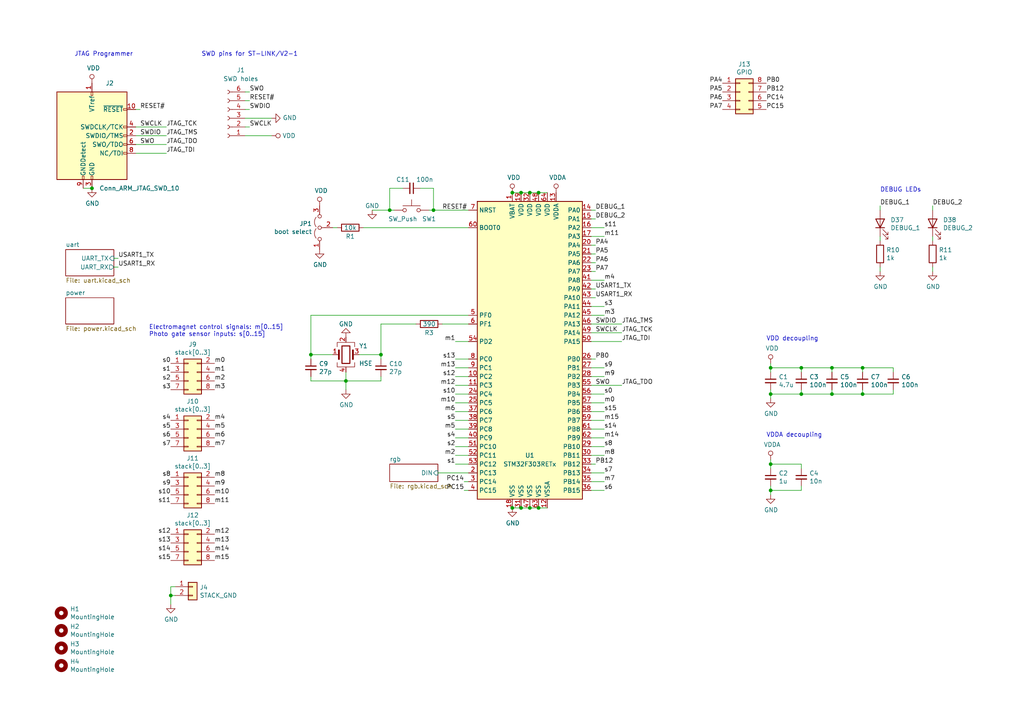
<source format=kicad_sch>
(kicad_sch (version 20231120) (generator "eeschema") (generator_version "8.0")
  (paper "A4")
  (title_block (title "KAPINE Motherboard") (date "2020-09-03") (rev "1.2") (company "Verneri Hirvonen"))
  (lib_symbols
    (symbol "Connector_Generic:Conn_01x02" (pin_names (offset 1.016) hide)
      (property "Reference" "J" (at 0 2.54 0))
      (property "Value" "Conn_01x02" (at 0 -5.08 0))
      (symbol "Conn_01x02_1_1"
        (rectangle (start -1.27 -2.413) (end 0 -2.667) (stroke (width 0.1524)))
        (rectangle (start -1.27 0.127) (end 0 -0.127) (stroke (width 0.1524)))
        (rectangle (start -1.27 1.27) (end 1.27 -3.81) (stroke (width 0.254)) (fill (type background)))
        (pin passive line (at -5.08 0 0) (length 3.81) (name "Pin_1") (number "1"))
        (pin passive line (at -5.08 -2.54 0) (length 3.81) (name "Pin_2") (number "2"))
      )
    )
    (symbol "Connector_Generic:Conn_02x04_Counter_Clockwise" (pin_names (offset 1.016) hide)
      (property "Reference" "J" (at 1.27 5.08 0))
      (property "Value" "Conn_02x04_Counter_Clockwise" (at 1.27 -7.62 0))
      (symbol "Conn_02x04_Counter_Clockwise_1_1"
        (rectangle (start -1.27 -4.953) (end 0 -5.207) (stroke (width 0.1524)))
        (rectangle (start -1.27 -2.413) (end 0 -2.667) (stroke (width 0.1524)))
        (rectangle (start -1.27 0.127) (end 0 -0.127) (stroke (width 0.1524)))
        (rectangle (start -1.27 2.667) (end 0 2.413) (stroke (width 0.1524)))
        (rectangle (start -1.27 3.81) (end 3.81 -6.35) (stroke (width 0.254)) (fill (type background)))
        (rectangle (start 3.81 -4.953) (end 2.54 -5.207) (stroke (width 0.1524)))
        (rectangle (start 3.81 -2.413) (end 2.54 -2.667) (stroke (width 0.1524)))
        (rectangle (start 3.81 0.127) (end 2.54 -0.127) (stroke (width 0.1524)))
        (rectangle (start 3.81 2.667) (end 2.54 2.413) (stroke (width 0.1524)))
        (pin passive line (at -5.08 2.54 0) (length 3.81) (name "Pin_1") (number "1"))
        (pin passive line (at -5.08 0 0) (length 3.81) (name "Pin_2") (number "2"))
        (pin passive line (at -5.08 -2.54 0) (length 3.81) (name "Pin_3") (number "3"))
        (pin passive line (at -5.08 -5.08 0) (length 3.81) (name "Pin_4") (number "4"))
        (pin passive line (at 7.62 -5.08 180) (length 3.81) (name "Pin_5") (number "5"))
        (pin passive line (at 7.62 -2.54 180) (length 3.81) (name "Pin_6") (number "6"))
        (pin passive line (at 7.62 0 180) (length 3.81) (name "Pin_7") (number "7"))
        (pin passive line (at 7.62 2.54 180) (length 3.81) (name "Pin_8") (number "8"))
      )
    )
    (symbol "Connector_Generic:Conn_02x04_Odd_Even" (pin_names (offset 1.016) hide)
      (property "Reference" "J" (at 1.27 5.08 0))
      (property "Value" "Conn_02x04_Odd_Even" (at 1.27 -7.62 0))
      (symbol "Conn_02x04_Odd_Even_1_1"
        (rectangle (start -1.27 -4.953) (end 0 -5.207) (stroke (width 0.1524)))
        (rectangle (start -1.27 -2.413) (end 0 -2.667) (stroke (width 0.1524)))
        (rectangle (start -1.27 0.127) (end 0 -0.127) (stroke (width 0.1524)))
        (rectangle (start -1.27 2.667) (end 0 2.413) (stroke (width 0.1524)))
        (rectangle (start -1.27 3.81) (end 3.81 -6.35) (stroke (width 0.254)) (fill (type background)))
        (rectangle (start 3.81 -4.953) (end 2.54 -5.207) (stroke (width 0.1524)))
        (rectangle (start 3.81 -2.413) (end 2.54 -2.667) (stroke (width 0.1524)))
        (rectangle (start 3.81 0.127) (end 2.54 -0.127) (stroke (width 0.1524)))
        (rectangle (start 3.81 2.667) (end 2.54 2.413) (stroke (width 0.1524)))
        (pin passive line (at -5.08 2.54 0) (length 3.81) (name "Pin_1") (number "1"))
        (pin passive line (at 7.62 2.54 180) (length 3.81) (name "Pin_2") (number "2"))
        (pin passive line (at -5.08 0 0) (length 3.81) (name "Pin_3") (number "3"))
        (pin passive line (at 7.62 0 180) (length 3.81) (name "Pin_4") (number "4"))
        (pin passive line (at -5.08 -2.54 0) (length 3.81) (name "Pin_5") (number "5"))
        (pin passive line (at 7.62 -2.54 180) (length 3.81) (name "Pin_6") (number "6"))
        (pin passive line (at -5.08 -5.08 0) (length 3.81) (name "Pin_7") (number "7"))
        (pin passive line (at 7.62 -5.08 180) (length 3.81) (name "Pin_8") (number "8"))
      )
    )
    (symbol "Device:C_Small" (pin_numbers hide) (pin_names (offset 0.254) hide)
      (property "Reference" "C" (at 0.254 1.778 0))
      (property "Value" "C_Small" (at 0.254 -2.032 0))
      (symbol "C_Small_0_1"
        (polyline (pts (xy -1.524 -0.508) (xy 1.524 -0.508)) (stroke (width 0.3302)))
        (polyline (pts (xy -1.524 0.508) (xy 1.524 0.508)) (stroke (width 0.3048)))
      )
      (symbol "C_Small_1_1"
        (pin passive line (at 0 2.54 270) (length 2.032) (name "~") (number "1"))
        (pin passive line (at 0 -2.54 90) (length 2.032) (name "~") (number "2"))
      )
    )
    (symbol "Device:Crystal_GND24" (pin_names (offset 1.016) hide)
      (property "Reference" "Y" (at 3.175 5.08 0))
      (property "Value" "Crystal_GND24" (at 3.175 3.175 0))
      (symbol "Crystal_GND24_0_1"
        (rectangle (start -1.143 2.54) (end 1.143 -2.54) (stroke (width 0.3048)))
        (polyline (pts (xy -2.54 0) (xy -2.032 0)))
        (polyline (pts (xy -2.032 -1.27) (xy -2.032 1.27)) (stroke (width 0.508)))
        (polyline (pts (xy 0 -3.81) (xy 0 -3.556)))
        (polyline (pts (xy 0 3.556) (xy 0 3.81)))
        (polyline (pts (xy 2.032 -1.27) (xy 2.032 1.27)) (stroke (width 0.508)))
        (polyline (pts (xy 2.032 0) (xy 2.54 0)))
        (polyline (pts (xy -2.54 -2.286) (xy -2.54 -3.556) (xy 2.54 -3.556) (xy 2.54 -2.286)))
        (polyline (pts (xy -2.54 2.286) (xy -2.54 3.556) (xy 2.54 3.556) (xy 2.54 2.286)))
      )
      (symbol "Crystal_GND24_1_1"
        (pin passive line (at -3.81 0 0) (length 1.27) (name "1") (number "1"))
        (pin passive line (at 0 5.08 270) (length 1.27) (name "2") (number "2"))
        (pin passive line (at 3.81 0 180) (length 1.27) (name "3") (number "3"))
        (pin passive line (at 0 -5.08 90) (length 1.27) (name "4") (number "4"))
      )
    )
    (symbol "Device:LED" (pin_numbers hide) (pin_names (offset 1.016) hide)
      (property "Reference" "D" (at 0 2.54 0))
      (property "Value" "LED" (at 0 -2.54 0))
      (symbol "LED_0_1"
        (polyline (pts (xy -1.27 -1.27) (xy -1.27 1.27)) (stroke (width 0.254)))
        (polyline (pts (xy -1.27 0) (xy 1.27 0)))
        (polyline (pts (xy 1.27 -1.27) (xy 1.27 1.27) (xy -1.27 0) (xy 1.27 -1.27)) (stroke (width 0.254)))
        (polyline (pts (xy -3.048 -0.762) (xy -4.572 -2.286) (xy -3.81 -2.286) (xy -4.572 -2.286) (xy -4.572 -1.524)))
        (polyline (pts (xy -1.778 -0.762) (xy -3.302 -2.286) (xy -2.54 -2.286) (xy -3.302 -2.286) (xy -3.302 -1.524)))
      )
      (symbol "LED_1_1"
        (pin passive line (at -3.81 0 0) (length 2.54) (name "K") (number "1"))
        (pin passive line (at 3.81 0 180) (length 2.54) (name "A") (number "2"))
      )
    )
    (symbol "Device:R" (pin_numbers hide) (pin_names (offset 0))
      (property "Reference" "R" (at 2.032 0 90))
      (property "Value" "R" (at 0 0 90))
      (symbol "R_0_1"
        (rectangle (start -1.016 -2.54) (end 1.016 2.54) (stroke (width 0.254)))
      )
      (symbol "R_1_1"
        (pin passive line (at 0 3.81 270) (length 1.27) (name "~") (number "1"))
        (pin passive line (at 0 -3.81 90) (length 1.27) (name "~") (number "2"))
      )
    )
    (symbol "Mechanical:MountingHole" (pin_names (offset 1.016)) (exclude_from_sim yes) (in_bom no)
      (property "Reference" "H" (at 0 5.08 0))
      (property "Value" "MountingHole" (at 0 3.175 0))
      (symbol "MountingHole_0_1"
        (circle (center 0 0) (radius 1.27) (stroke (width 1.27)))
      )
    )
    (symbol "Switch:SW_Push" (pin_numbers hide) (pin_names (offset 1.016) hide)
      (property "Reference" "SW" (at 1.27 2.54 0))
      (property "Value" "SW_Push" (at 0 -1.524 0))
      (symbol "SW_Push_0_1"
        (circle (center -2.032 0) (radius 0.508))
        (polyline (pts (xy 0 1.27) (xy 0 3.048)))
        (polyline (pts (xy 2.54 1.27) (xy -2.54 1.27)))
        (circle (center 2.032 0) (radius 0.508))
        (pin passive line (at -5.08 0 0) (length 2.54) (name "1") (number "1"))
        (pin passive line (at 5.08 0 180) (length 2.54) (name "2") (number "2"))
      )
    )
    (symbol "main-rescue:Conn_01x06_Female-Connector" (pin_names (offset 1.016) hide)
      (property "Reference" "J" (at 0 7.62 0))
      (property "Value" "Connector_Conn_01x06_Female" (at 0 -10.16 0))
      (symbol "Conn_01x06_Female-Connector_1_1"
        (arc (start 0 -7.112) (mid -0.508 -7.62) (end 0 -8.128) (stroke (width 0.1524)))
        (arc (start 0 -4.572) (mid -0.508 -5.08) (end 0 -5.588) (stroke (width 0.1524)))
        (arc (start 0 -2.032) (mid -0.508 -2.54) (end 0 -3.048) (stroke (width 0.1524)))
        (polyline (pts (xy -1.27 -7.62) (xy -0.508 -7.62)) (stroke (width 0.1524)))
        (polyline (pts (xy -1.27 -5.08) (xy -0.508 -5.08)) (stroke (width 0.1524)))
        (polyline (pts (xy -1.27 -2.54) (xy -0.508 -2.54)) (stroke (width 0.1524)))
        (polyline (pts (xy -1.27 0) (xy -0.508 0)) (stroke (width 0.1524)))
        (polyline (pts (xy -1.27 2.54) (xy -0.508 2.54)) (stroke (width 0.1524)))
        (polyline (pts (xy -1.27 5.08) (xy -0.508 5.08)) (stroke (width 0.1524)))
        (arc (start 0 0.508) (mid -0.508 0) (end 0 -0.508) (stroke (width 0.1524)))
        (arc (start 0 3.048) (mid -0.508 2.54) (end 0 2.032) (stroke (width 0.1524)))
        (arc (start 0 5.588) (mid -0.508 5.08) (end 0 4.572) (stroke (width 0.1524)))
        (pin passive line (at -5.08 5.08 0) (length 3.81) (name "Pin_1") (number "1"))
        (pin passive line (at -5.08 2.54 0) (length 3.81) (name "Pin_2") (number "2"))
        (pin passive line (at -5.08 0 0) (length 3.81) (name "Pin_3") (number "3"))
        (pin passive line (at -5.08 -2.54 0) (length 3.81) (name "Pin_4") (number "4"))
        (pin passive line (at -5.08 -5.08 0) (length 3.81) (name "Pin_5") (number "5"))
        (pin passive line (at -5.08 -7.62 0) (length 3.81) (name "Pin_6") (number "6"))
      )
    )
    (symbol "main-rescue:Conn_ARM_JTAG_SWD_10-Connector" (pin_names (offset 1.016))
      (property "Reference" "J" (at -2.54 16.51 0))
      (property "Value" "Connector_Conn_ARM_JTAG_SWD_10" (at -2.54 13.97 0))
      (symbol "Conn_ARM_JTAG_SWD_10-Connector_0_1"
        (rectangle (start -10.16 12.7) (end 10.16 -12.7) (stroke (width 0.254)) (fill (type background)))
        (rectangle (start -2.794 -12.7) (end -2.286 -11.684))
        (rectangle (start -0.254 -12.7) (end 0.254 -11.684))
        (rectangle (start -0.254 12.7) (end 0.254 11.684))
        (rectangle (start 9.144 2.286) (end 10.16 2.794))
        (rectangle (start 10.16 -2.794) (end 9.144 -2.286))
        (rectangle (start 10.16 -0.254) (end 9.144 0.254))
        (rectangle (start 10.16 7.874) (end 9.144 7.366))
      )
      (symbol "Conn_ARM_JTAG_SWD_10-Connector_1_1"
        (rectangle (start 9.144 -5.334) (end 10.16 -4.826))
        (pin power_in line (at 0 15.24 270) (length 2.54) (name "VTref") (number "1"))
        (pin open_collector line (at 12.7 7.62 180) (length 2.54) (name "~{RESET}") (number "10"))
        (pin bidirectional line (at 12.7 0 180) (length 2.54) (name "SWDIO/TMS") (number "2"))
        (pin power_in line (at 0 -15.24 90) (length 2.54) (name "GND") (number "3"))
        (pin output line (at 12.7 2.54 180) (length 2.54) (name "SWDCLK/TCK") (number "4"))
        (pin passive line (at 0 -15.24 90) (length 2.54) hide (name "GND") (number "5"))
        (pin input line (at 12.7 -2.54 180) (length 2.54) (name "SWO/TDO") (number "6"))
        (pin no_connect line (at -10.16 0 0) (length 2.54) hide (name "KEY") (number "7"))
        (pin output line (at 12.7 -5.08 180) (length 2.54) (name "NC/TDI") (number "8"))
        (pin passive line (at -2.54 -15.24 90) (length 2.54) (name "GNDDetect") (number "9"))
      )
    )
    (symbol "main-rescue:GND-power" (power) (pin_names (offset 0))
      (property "Value" "power_GND" (at 0 -3.81 0))
      (symbol "GND-power_0_1"
        (polyline (pts (xy 0 0) (xy 0 -1.27) (xy 1.27 -1.27) (xy 0 -2.54) (xy -1.27 -1.27) (xy 0 -1.27)))
      )
      (symbol "GND-power_1_1"
        (pin power_in line (at 0 0 270) (length 0) hide (name "GND") (number "1"))
      )
    )
    (symbol "main-rescue:Jumper_3_Open-Jumper" (pin_names (offset 0) hide)
      (property "Reference" "JP" (at -2.54 -2.54 0))
      (property "Value" "Jumper_Jumper_3_Open" (at 0 2.794 0))
      (symbol "Jumper_3_Open-Jumper_0_0"
        (circle (center -3.302 0) (radius 0.508))
        (circle (center 0 0) (radius 0.508))
        (circle (center 3.302 0) (radius 0.508))
      )
      (symbol "Jumper_3_Open-Jumper_0_1"
        (arc (start -0.254 1.016) (mid -1.651 1.4992) (end -3.048 1.016))
        (polyline (pts (xy 0 -0.508) (xy 0 -1.27)))
        (arc (start 3.048 1.016) (mid 1.651 1.4992) (end 0.254 1.016))
      )
      (symbol "Jumper_3_Open-Jumper_1_1"
        (pin passive line (at -6.35 0 0) (length 2.54) (name "A") (number "1"))
        (pin input line (at 0 -3.81 90) (length 2.54) (name "C") (number "2"))
        (pin passive line (at 6.35 0 180) (length 2.54) (name "B") (number "3"))
      )
    )
    (symbol "main-rescue:STM32F303RETx-MCU_ST_STM32F3"
      (property "Reference" "U" (at -15.24 44.45 0))
      (property "Value" "MCU_ST_STM32F3_STM32F303RETx" (at 10.16 44.45 0))
      (symbol "STM32F303RETx-MCU_ST_STM32F3_0_1"
        (rectangle (start -15.24 -43.18) (end 15.24 43.18) (stroke (width 0.254)) (fill (type background)))
      )
      (symbol "STM32F303RETx-MCU_ST_STM32F3_1_1"
        (pin power_in line (at -5.08 45.72 270) (length 2.54) (name "VBAT") (number "1"))
        (pin bidirectional line (at -17.78 -7.62 0) (length 2.54) (name "PC2") (number "10"))
        (pin bidirectional line (at -17.78 -10.16 0) (length 2.54) (name "PC3") (number "11"))
        (pin power_in line (at 5.08 -45.72 90) (length 2.54) (name "VSSA") (number "12"))
        (pin power_in line (at 7.62 45.72 270) (length 2.54) (name "VDDA") (number "13"))
        (pin bidirectional line (at 17.78 40.64 180) (length 2.54) (name "PA0") (number "14"))
        (pin bidirectional line (at 17.78 38.1 180) (length 2.54) (name "PA1") (number "15"))
        (pin bidirectional line (at 17.78 35.56 180) (length 2.54) (name "PA2") (number "16"))
        (pin bidirectional line (at 17.78 33.02 180) (length 2.54) (name "PA3") (number "17"))
        (pin power_in line (at -5.08 -45.72 90) (length 2.54) (name "VSS") (number "18"))
        (pin power_in line (at -2.54 45.72 270) (length 2.54) (name "VDD") (number "19"))
        (pin bidirectional line (at -17.78 -35.56 0) (length 2.54) (name "PC13") (number "2"))
        (pin bidirectional line (at 17.78 30.48 180) (length 2.54) (name "PA4") (number "20"))
        (pin bidirectional line (at 17.78 27.94 180) (length 2.54) (name "PA5") (number "21"))
        (pin bidirectional line (at 17.78 25.4 180) (length 2.54) (name "PA6") (number "22"))
        (pin bidirectional line (at 17.78 22.86 180) (length 2.54) (name "PA7") (number "23"))
        (pin bidirectional line (at -17.78 -12.7 0) (length 2.54) (name "PC4") (number "24"))
        (pin bidirectional line (at -17.78 -15.24 0) (length 2.54) (name "PC5") (number "25"))
        (pin bidirectional line (at 17.78 -2.54 180) (length 2.54) (name "PB0") (number "26"))
        (pin bidirectional line (at 17.78 -5.08 180) (length 2.54) (name "PB1") (number "27"))
        (pin bidirectional line (at 17.78 -7.62 180) (length 2.54) (name "PB2") (number "28"))
        (pin bidirectional line (at 17.78 -27.94 180) (length 2.54) (name "PB10") (number "29"))
        (pin bidirectional line (at -17.78 -38.1 0) (length 2.54) (name "PC14") (number "3"))
        (pin bidirectional line (at 17.78 -30.48 180) (length 2.54) (name "PB11") (number "30"))
        (pin power_in line (at -2.54 -45.72 90) (length 2.54) (name "VSS") (number "31"))
        (pin power_in line (at 0 45.72 270) (length 2.54) (name "VDD") (number "32"))
        (pin bidirectional line (at 17.78 -33.02 180) (length 2.54) (name "PB12") (number "33"))
        (pin bidirectional line (at 17.78 -35.56 180) (length 2.54) (name "PB13") (number "34"))
        (pin bidirectional line (at 17.78 -38.1 180) (length 2.54) (name "PB14") (number "35"))
        (pin bidirectional line (at 17.78 -40.64 180) (length 2.54) (name "PB15") (number "36"))
        (pin bidirectional line (at -17.78 -17.78 0) (length 2.54) (name "PC6") (number "37"))
        (pin bidirectional line (at -17.78 -20.32 0) (length 2.54) (name "PC7") (number "38"))
        (pin bidirectional line (at -17.78 -22.86 0) (length 2.54) (name "PC8") (number "39"))
        (pin bidirectional line (at -17.78 -40.64 0) (length 2.54) (name "PC15") (number "4"))
        (pin bidirectional line (at -17.78 -25.4 0) (length 2.54) (name "PC9") (number "40"))
        (pin bidirectional line (at 17.78 20.32 180) (length 2.54) (name "PA8") (number "41"))
        (pin bidirectional line (at 17.78 17.78 180) (length 2.54) (name "PA9") (number "42"))
        (pin bidirectional line (at 17.78 15.24 180) (length 2.54) (name "PA10") (number "43"))
        (pin bidirectional line (at 17.78 12.7 180) (length 2.54) (name "PA11") (number "44"))
        (pin bidirectional line (at 17.78 10.16 180) (length 2.54) (name "PA12") (number "45"))
        (pin bidirectional line (at 17.78 7.62 180) (length 2.54) (name "PA13") (number "46"))
        (pin power_in line (at 0 -45.72 90) (length 2.54) (name "VSS") (number "47"))
        (pin power_in line (at 2.54 45.72 270) (length 2.54) (name "VDD") (number "48"))
        (pin bidirectional line (at 17.78 5.08 180) (length 2.54) (name "PA14") (number "49"))
        (pin input line (at -17.78 10.16 0) (length 2.54) (name "PF0") (number "5"))
        (pin bidirectional line (at 17.78 2.54 180) (length 2.54) (name "PA15") (number "50"))
        (pin bidirectional line (at -17.78 -27.94 0) (length 2.54) (name "PC10") (number "51"))
        (pin bidirectional line (at -17.78 -30.48 0) (length 2.54) (name "PC11") (number "52"))
        (pin bidirectional line (at -17.78 -33.02 0) (length 2.54) (name "PC12") (number "53"))
        (pin bidirectional line (at -17.78 2.54 0) (length 2.54) (name "PD2") (number "54"))
        (pin bidirectional line (at 17.78 -10.16 180) (length 2.54) (name "PB3") (number "55"))
        (pin bidirectional line (at 17.78 -12.7 180) (length 2.54) (name "PB4") (number "56"))
        (pin bidirectional line (at 17.78 -15.24 180) (length 2.54) (name "PB5") (number "57"))
        (pin bidirectional line (at 17.78 -17.78 180) (length 2.54) (name "PB6") (number "58"))
        (pin bidirectional line (at 17.78 -20.32 180) (length 2.54) (name "PB7") (number "59"))
        (pin input line (at -17.78 7.62 0) (length 2.54) (name "PF1") (number "6"))
        (pin input line (at -17.78 35.56 0) (length 2.54) (name "BOOT0") (number "60"))
        (pin bidirectional line (at 17.78 -22.86 180) (length 2.54) (name "PB8") (number "61"))
        (pin bidirectional line (at 17.78 -25.4 180) (length 2.54) (name "PB9") (number "62"))
        (pin power_in line (at 2.54 -45.72 90) (length 2.54) (name "VSS") (number "63"))
        (pin power_in line (at 5.08 45.72 270) (length 2.54) (name "VDD") (number "64"))
        (pin input line (at -17.78 40.64 0) (length 2.54) (name "NRST") (number "7"))
        (pin bidirectional line (at -17.78 -2.54 0) (length 2.54) (name "PC0") (number "8"))
        (pin bidirectional line (at -17.78 -5.08 0) (length 2.54) (name "PC1") (number "9"))
      )
    )
    (symbol "main-rescue:VDD-power" (power) (pin_names (offset 0))
      (property "Value" "power_VDD" (at 0 3.81 0))
      (symbol "VDD-power_0_1"
        (polyline (pts (xy 0 0) (xy 0 1.27)))
        (circle (center 0 1.905) (radius 0.635))
      )
      (symbol "VDD-power_1_1"
        (pin power_in line (at 0 0 90) (length 0) hide (name "VDD") (number "1"))
      )
    )
    (symbol "main-rescue:VDDA-power" (power) (pin_names (offset 0))
      (property "Value" "power_VDDA" (at 0 3.81 0))
      (symbol "VDDA-power_0_1"
        (polyline (pts (xy 0 0) (xy 0 1.27)))
        (circle (center 0 1.905) (radius 0.635))
      )
      (symbol "VDDA-power_1_1"
        (pin power_in line (at 0 0 90) (length 0) hide (name "VDDA") (number "1"))
      )
    )
  )
  (junction (at 156.21 55.88))
  (junction (at 151.13 147.32))
  (junction (at 153.67 55.88))
  (junction (at 148.59 147.32))
  (junction (at 223.52 134.62))
  (junction (at 223.52 142.24))
  (junction (at 232.41 106.68))
  (junction (at 223.52 106.68))
  (junction (at 250.19 106.68))
  (junction (at 241.3 114.3))
  (junction (at 232.41 114.3))
  (junction (at 49.53 172.72))
  (junction (at 151.13 55.88))
  (junction (at 241.3 106.68))
  (junction (at 100.33 110.49))
  (junction (at 26.67 54.61))
  (junction (at 125.73 60.96))
  (junction (at 148.59 55.88))
  (junction (at 250.19 114.3))
  (junction (at 156.21 147.32))
  (junction (at 110.49 102.87))
  (junction (at 90.17 102.87))
  (junction (at 113.03 60.96))
  (junction (at 153.67 147.32))
  (junction (at 223.52 114.3))
  (wire (pts (xy 100.33 110.49) (xy 100.33 113.03)))
  (wire (pts (xy 148.59 55.88) (xy 151.13 55.88)))
  (wire (pts (xy 223.52 106.68) (xy 232.41 106.68)))
  (wire (pts (xy 175.26 132.08) (xy 171.45 132.08)))
  (wire (pts (xy 175.26 124.46) (xy 171.45 124.46)))
  (wire (pts (xy 132.08 132.08) (xy 135.89 132.08)))
  (wire (pts (xy 110.49 102.87) (xy 110.49 93.98)))
  (wire (pts (xy 175.26 109.22) (xy 171.45 109.22)))
  (wire (pts (xy 175.26 116.84) (xy 171.45 116.84)))
  (wire (pts (xy 172.72 76.2) (xy 171.45 76.2)))
  (wire (pts (xy 175.26 139.7) (xy 171.45 139.7)))
  (wire (pts (xy 259.08 106.68) (xy 259.08 107.95)))
  (wire (pts (xy 90.17 110.49) (xy 100.33 110.49)))
  (wire (pts (xy 255.27 77.47) (xy 255.27 78.74)))
  (wire (pts (xy 171.45 83.82) (xy 172.72 83.82)))
  (wire (pts (xy 50.8 170.18) (xy 49.53 170.18)))
  (wire (pts (xy 71.12 31.75) (xy 72.39 31.75)))
  (wire (pts (xy 34.29 74.93) (xy 33.02 74.93)))
  (wire (pts (xy 132.08 99.06) (xy 135.89 99.06)))
  (wire (pts (xy 132.08 109.22) (xy 135.89 109.22)))
  (wire (pts (xy 49.53 172.72) (xy 49.53 175.26)))
  (wire (pts (xy 134.62 139.7) (xy 135.89 139.7)))
  (wire (pts (xy 135.89 91.44) (xy 90.17 91.44)))
  (wire (pts (xy 241.3 106.68) (xy 250.19 106.68)))
  (wire (pts (xy 100.33 107.95) (xy 100.33 110.49)))
  (wire (pts (xy 175.26 68.58) (xy 171.45 68.58)))
  (wire (pts (xy 124.46 60.96) (xy 125.73 60.96)))
  (wire (pts (xy 175.26 66.04) (xy 171.45 66.04)))
  (wire (pts (xy 241.3 113.03) (xy 241.3 114.3)))
  (wire (pts (xy 78.74 34.29) (xy 71.12 34.29)))
  (wire (pts (xy 180.34 111.76) (xy 171.45 111.76)))
  (wire (pts (xy 223.52 140.97) (xy 223.52 142.24)))
  (wire (pts (xy 232.41 140.97) (xy 232.41 142.24)))
  (wire (pts (xy 172.72 71.12) (xy 171.45 71.12)))
  (wire (pts (xy 71.12 39.37) (xy 78.74 39.37)))
  (wire (pts (xy 135.89 124.46) (xy 132.08 124.46)))
  (wire (pts (xy 71.12 26.67) (xy 72.39 26.67)))
  (wire (pts (xy 90.17 104.14) (xy 90.17 102.87)))
  (wire (pts (xy 113.03 60.96) (xy 114.3 60.96)))
  (wire (pts (xy 135.89 121.92) (xy 132.08 121.92)))
  (wire (pts (xy 132.08 134.62) (xy 135.89 134.62)))
  (wire (pts (xy 153.67 147.32) (xy 151.13 147.32)))
  (wire (pts (xy 175.26 129.54) (xy 171.45 129.54)))
  (wire (pts (xy 250.19 114.3) (xy 250.19 113.03)))
  (wire (pts (xy 97.79 66.04) (xy 96.52 66.04)))
  (wire (pts (xy 270.51 60.96) (xy 270.51 59.69)))
  (wire (pts (xy 223.52 106.68) (xy 223.52 107.95)))
  (wire (pts (xy 171.45 86.36) (xy 172.72 86.36)))
  (wire (pts (xy 71.12 36.83) (xy 72.39 36.83)))
  (wire (pts (xy 132.08 111.76) (xy 135.89 111.76)))
  (wire (pts (xy 128.27 93.98) (xy 135.89 93.98)))
  (wire (pts (xy 110.49 110.49) (xy 110.49 109.22)))
  (wire (pts (xy 116.84 54.61) (xy 113.03 54.61)))
  (wire (pts (xy 49.53 170.18) (xy 49.53 172.72)))
  (wire (pts (xy 250.19 106.68) (xy 250.19 107.95)))
  (wire (pts (xy 223.52 114.3) (xy 232.41 114.3)))
  (wire (pts (xy 259.08 114.3) (xy 250.19 114.3)))
  (wire (pts (xy 175.26 137.16) (xy 171.45 137.16)))
  (wire (pts (xy 172.72 63.5) (xy 171.45 63.5)))
  (wire (pts (xy 180.34 96.52) (xy 171.45 96.52)))
  (wire (pts (xy 223.52 105.41) (xy 223.52 106.68)))
  (wire (pts (xy 171.45 99.06) (xy 180.34 99.06)))
  (wire (pts (xy 105.41 66.04) (xy 135.89 66.04)))
  (wire (pts (xy 223.52 114.3) (xy 223.52 115.57)))
  (wire (pts (xy 156.21 147.32) (xy 153.67 147.32)))
  (wire (pts (xy 132.08 106.68) (xy 135.89 106.68)))
  (wire (pts (xy 48.26 44.45) (xy 39.37 44.45)))
  (wire (pts (xy 270.51 68.58) (xy 270.51 69.85)))
  (wire (pts (xy 259.08 113.03) (xy 259.08 114.3)))
  (wire (pts (xy 172.72 104.14) (xy 171.45 104.14)))
  (wire (pts (xy 223.52 133.35) (xy 223.52 134.62)))
  (wire (pts (xy 223.52 134.62) (xy 223.52 135.89)))
  (wire (pts (xy 90.17 109.22) (xy 90.17 110.49)))
  (wire (pts (xy 180.34 93.98) (xy 171.45 93.98)))
  (wire (pts (xy 223.52 142.24) (xy 223.52 143.51)))
  (wire (pts (xy 120.65 93.98) (xy 110.49 93.98)))
  (wire (pts (xy 113.03 54.61) (xy 113.03 60.96)))
  (wire (pts (xy 250.19 106.68) (xy 259.08 106.68)))
  (wire (pts (xy 232.41 106.68) (xy 232.41 107.95)))
  (wire (pts (xy 172.72 134.62) (xy 171.45 134.62)))
  (wire (pts (xy 241.3 106.68) (xy 241.3 107.95)))
  (wire (pts (xy 175.26 127) (xy 171.45 127)))
  (wire (pts (xy 175.26 119.38) (xy 171.45 119.38)))
  (wire (pts (xy 156.21 55.88) (xy 158.75 55.88)))
  (wire (pts (xy 241.3 114.3) (xy 250.19 114.3)))
  (wire (pts (xy 175.26 142.24) (xy 171.45 142.24)))
  (wire (pts (xy 132.08 116.84) (xy 135.89 116.84)))
  (wire (pts (xy 175.26 88.9) (xy 171.45 88.9)))
  (wire (pts (xy 175.26 106.68) (xy 171.45 106.68)))
  (wire (pts (xy 255.27 59.69) (xy 255.27 60.96)))
  (wire (pts (xy 270.51 77.47) (xy 270.51 78.74)))
  (wire (pts (xy 24.13 54.61) (xy 26.67 54.61)))
  (wire (pts (xy 223.52 142.24) (xy 232.41 142.24)))
  (wire (pts (xy 223.52 134.62) (xy 232.41 134.62)))
  (wire (pts (xy 134.62 142.24) (xy 135.89 142.24)))
  (wire (pts (xy 48.26 39.37) (xy 39.37 39.37)))
  (wire (pts (xy 135.89 127) (xy 132.08 127)))
  (wire (pts (xy 48.26 36.83) (xy 39.37 36.83)))
  (wire (pts (xy 40.64 31.75) (xy 39.37 31.75)))
  (wire (pts (xy 151.13 55.88) (xy 153.67 55.88)))
  (wire (pts (xy 172.72 73.66) (xy 171.45 73.66)))
  (wire (pts (xy 34.29 77.47) (xy 33.02 77.47)))
  (wire (pts (xy 255.27 68.58) (xy 255.27 69.85)))
  (wire (pts (xy 175.26 81.28) (xy 171.45 81.28)))
  (wire (pts (xy 223.52 113.03) (xy 223.52 114.3)))
  (wire (pts (xy 135.89 119.38) (xy 132.08 119.38)))
  (wire (pts (xy 48.26 41.91) (xy 39.37 41.91)))
  (wire (pts (xy 158.75 147.32) (xy 156.21 147.32)))
  (wire (pts (xy 96.52 102.87) (xy 90.17 102.87)))
  (wire (pts (xy 232.41 113.03) (xy 232.41 114.3)))
  (wire (pts (xy 175.26 91.44) (xy 171.45 91.44)))
  (wire (pts (xy 175.26 114.3) (xy 171.45 114.3)))
  (wire (pts (xy 132.08 104.14) (xy 135.89 104.14)))
  (wire (pts (xy 110.49 102.87) (xy 104.14 102.87)))
  (wire (pts (xy 71.12 29.21) (xy 72.39 29.21)))
  (wire (pts (xy 232.41 106.68) (xy 241.3 106.68)))
  (wire (pts (xy 151.13 147.32) (xy 148.59 147.32)))
  (wire (pts (xy 132.08 114.3) (xy 135.89 114.3)))
  (wire (pts (xy 175.26 121.92) (xy 171.45 121.92)))
  (wire (pts (xy 125.73 60.96) (xy 135.89 60.96)))
  (wire (pts (xy 110.49 104.14) (xy 110.49 102.87)))
  (wire (pts (xy 153.67 55.88) (xy 156.21 55.88)))
  (wire (pts (xy 135.89 137.16) (xy 127 137.16)))
  (wire (pts (xy 125.73 54.61) (xy 125.73 60.96)))
  (wire (pts (xy 172.72 78.74) (xy 171.45 78.74)))
  (wire (pts (xy 113.03 60.96) (xy 107.95 60.96)))
  (wire (pts (xy 90.17 91.44) (xy 90.17 102.87)))
  (wire (pts (xy 232.41 134.62) (xy 232.41 135.89)))
  (wire (pts (xy 100.33 110.49) (xy 110.49 110.49)))
  (wire (pts (xy 232.41 114.3) (xy 241.3 114.3)))
  (wire (pts (xy 172.72 60.96) (xy 171.45 60.96)))
  (wire (pts (xy 50.8 172.72) (xy 49.53 172.72)))
  (wire (pts (xy 135.89 129.54) (xy 132.08 129.54)))
  (wire (pts (xy 121.92 54.61) (xy 125.73 54.61)))
  (text "VDD decoupling" (at 222.25 99.06 0) (effects (font (size 1.27 1.27)) (justify left bottom)))
  (text "Electromagnet control signals: m[0..15]\nPhoto gate sensor inputs: s[0..15]" (at 43.18 97.79 0) (effects (font (size 1.27 1.27)) (justify left bottom)))
  (text "SWD pins for ST-LINK/V2-1" (at 58.42 16.51 0) (effects (font (size 1.27 1.27)) (justify left bottom)))
  (text "JTAG Programmer" (at 21.59 16.51 0) (effects (font (size 1.27 1.27)) (justify left bottom)))
  (text "DEBUG LEDs" (at 255.27 55.88 0) (effects (font (size 1.27 1.27)) (justify left bottom)))
  (text "VDDA decoupling" (at 222.25 127 0) (effects (font (size 1.27 1.27)) (justify left bottom)))
  (label "s12" (at 132.08 109.22 180))
  (label "JTAG_TDI" (at 48.26 44.45 0))
  (label "SWDIO" (at 72.39 31.75 0))
  (label "PB12" (at 222.25 26.67 0))
  (label "USART1_TX" (at 34.29 74.93 0))
  (label "m9" (at 175.26 109.22 0))
  (label "PA4" (at 209.55 24.13 180))
  (label "s1" (at 49.53 107.95 180))
  (label "s4" (at 49.53 121.92 180))
  (label "m6" (at 132.08 119.38 180))
  (label "DEBUG_1" (at 255.27 59.69 0))
  (label "s15" (at 49.53 162.56 180))
  (label "s10" (at 132.08 114.3 180))
  (label "s8" (at 175.26 129.54 0))
  (label "m11" (at 175.26 68.58 0))
  (label "s2" (at 49.53 110.49 180))
  (label "s9" (at 175.26 106.68 0))
  (label "SWCLK" (at 72.39 36.83 0))
  (label "SWCLK" (at 40.64 36.83 0))
  (label "s1" (at 132.08 134.62 180))
  (label "s15" (at 175.26 119.38 0))
  (label "PA6" (at 209.55 29.21 180))
  (label "s5" (at 49.53 124.46 180))
  (label "JTAG_TCK" (at 180.34 96.52 0))
  (label "m1" (at 62.23 107.95 0))
  (label "JTAG_TCK" (at 48.26 36.83 0))
  (label "s3" (at 49.53 113.03 180))
  (label "PB0" (at 172.72 104.14 0))
  (label "m8" (at 62.23 138.43 0))
  (label "s13" (at 132.08 104.14 180))
  (label "s14" (at 175.26 124.46 0))
  (label "DEBUG_2" (at 270.51 59.69 0))
  (label "m5" (at 132.08 124.46 180))
  (label "m4" (at 175.26 81.28 0))
  (label "m4" (at 62.23 121.92 0))
  (label "JTAG_TDI" (at 180.34 99.06 0))
  (label "s11" (at 175.26 66.04 0))
  (label "m0" (at 175.26 116.84 0))
  (label "m3" (at 175.26 91.44 0))
  (label "m13" (at 132.08 106.68 180))
  (label "s10" (at 49.53 143.51 180))
  (label "s8" (at 49.53 138.43 180))
  (label "m9" (at 62.23 140.97 0))
  (label "m7" (at 175.26 139.7 0))
  (label "m8" (at 175.26 132.08 0))
  (label "JTAG_TDO" (at 48.26 41.91 0))
  (label "PA7" (at 172.72 78.74 0))
  (label "m3" (at 62.23 113.03 0))
  (label "s4" (at 132.08 127 180))
  (label "PC15" (at 222.25 31.75 0))
  (label "m10" (at 132.08 116.84 180))
  (label "m15" (at 175.26 121.92 0))
  (label "s0" (at 175.26 114.3 0))
  (label "m11" (at 62.23 146.05 0))
  (label "USART1_TX" (at 172.72 83.82 0))
  (label "USART1_RX" (at 172.72 86.36 0))
  (label "PC15" (at 134.62 142.24 180))
  (label "m15" (at 62.23 162.56 0))
  (label "m12" (at 62.23 154.94 0))
  (label "m7" (at 62.23 129.54 0))
  (label "m10" (at 62.23 143.51 0))
  (label "s14" (at 49.53 160.02 180))
  (label "USART1_RX" (at 34.29 77.47 0))
  (label "m2" (at 132.08 132.08 180))
  (label "m14" (at 62.23 160.02 0))
  (label "PC14" (at 222.25 29.21 0))
  (label "s6" (at 49.53 127 180))
  (label "RESET#" (at 40.64 31.75 0))
  (label "SWO" (at 172.72 111.76 0))
  (label "s13" (at 49.53 157.48 180))
  (label "DEBUG_1" (at 172.72 60.96 0))
  (label "s11" (at 49.53 146.05 180))
  (label "PA5" (at 209.55 26.67 180))
  (label "SWDIO" (at 40.64 39.37 0))
  (label "SWO" (at 40.64 41.91 0))
  (label "PA7" (at 209.55 31.75 180))
  (label "SWO" (at 72.39 26.67 0))
  (label "RESET#" (at 72.39 29.21 0))
  (label "m0" (at 62.23 105.41 0))
  (label "m6" (at 62.23 127 0))
  (label "s2" (at 132.08 129.54 180))
  (label "s9" (at 49.53 140.97 180))
  (label "m13" (at 62.23 157.48 0))
  (label "PA6" (at 172.72 76.2 0))
  (label "m2" (at 62.23 110.49 0))
  (label "JTAG_TMS" (at 48.26 39.37 0))
  (label "DEBUG_2" (at 172.72 63.5 0))
  (label "JTAG_TMS" (at 180.34 93.98 0))
  (label "s6" (at 175.26 142.24 0))
  (label "PA4" (at 172.72 71.12 0))
  (label "s3" (at 175.26 88.9 0))
  (label "m5" (at 62.23 124.46 0))
  (label "JTAG_TDO" (at 180.34 111.76 0))
  (label "s7" (at 175.26 137.16 0))
  (label "s5" (at 132.08 121.92 180))
  (label "SWDIO" (at 172.72 93.98 0))
  (label "PC14" (at 134.62 139.7 180))
  (label "m12" (at 132.08 111.76 180))
  (label "m1" (at 132.08 99.06 180))
  (label "PB0" (at 222.25 24.13 0))
  (label "PB12" (at 172.72 134.62 0))
  (label "s12" (at 49.53 154.94 180))
  (label "PA5" (at 172.72 73.66 0))
  (label "s0" (at 49.53 105.41 180))
  (label "s7" (at 49.53 129.54 180))
  (label "SWCLK" (at 172.72 96.52 0))
  (label "RESET#" (at 128.27 60.96 0))
  (label "m14" (at 175.26 127 0))
  (symbol (lib_id "Switch:SW_Push") (at 119.38 60.96 0) (unit 1)
    (property "Reference" "SW1" (at 124.46 63.5 0))
    (property "Value" "SW_Push" (at 116.84 63.5 0))
    (property "Footprint" "Button_Switch_SMD:SW_SPST_TL3342" (effects (hide yes)))
  )
  (symbol (lib_id "Device:C_Small") (at 119.38 54.61 270) (unit 1)
    (property "Reference" "C11" (at 116.84 52.07 90))
    (property "Value" "100n" (at 123.19 52.07 90))
    (property "Footprint" "Capacitor_SMD:C_0603_1608Metric" (effects (hide yes)))
  )
  (symbol (lib_id "main-rescue:GND-power") (at 107.95 60.96 0) (unit 1)
    (property "Reference" "#PWR09" (effects (hide yes)))
    (property "Value" "GND" (at 107.95 59.69 0))
  )
  (symbol (lib_id "Device:R") (at 101.6 66.04 270) (unit 1)
    (property "Reference" "R1" (at 101.6 68.58 90))
    (property "Value" "10k" (at 101.6 66.04 90))
    (property "Footprint" "Resistor_SMD:R_0603_1608Metric" (effects (hide yes)))
  )
  (symbol (lib_id "main-rescue:VDD-power") (at 92.71 59.69 0) (unit 1)
    (property "Reference" "#PWR05" (effects (hide yes)))
    (property "Value" "VDD" (at 93.1418 55.2958 0))
  )
  (symbol (lib_id "main-rescue:GND-power") (at 92.71 72.39 0) (unit 1)
    (property "Reference" "#PWR06" (effects (hide yes)))
    (property "Value" "GND" (at 92.837 76.7842 0))
  )
  (symbol (lib_id "main-rescue:VDD-power") (at 223.52 105.41 0) (unit 1)
    (property "Reference" "#PWR01" (effects (hide yes)))
    (property "Value" "VDD" (at 223.9518 101.0158 0))
  )
  (symbol (lib_id "main-rescue:GND-power") (at 223.52 115.57 0) (unit 1)
    (property "Reference" "#PWR02" (effects (hide yes)))
    (property "Value" "GND" (at 223.647 119.9642 0))
  )
  (symbol (lib_id "Device:C_Small") (at 223.52 110.49 0) (unit 1)
    (property "Reference" "C1" (at 225.8568 109.3216 0) (effects (justify left)))
    (property "Value" "4.7u" (at 225.8568 111.633 0) (effects (justify left)))
    (property "Footprint" "Capacitor_SMD:C_0805_2012Metric" (effects (hide yes)))
  )
  (symbol (lib_id "Device:C_Small") (at 232.41 110.49 0) (unit 1)
    (property "Reference" "C3" (at 234.7468 109.3216 0) (effects (justify left)))
    (property "Value" "100n" (at 234.7468 111.633 0) (effects (justify left)))
    (property "Footprint" "Capacitor_SMD:C_0603_1608Metric" (effects (hide yes)))
  )
  (symbol (lib_id "Device:C_Small") (at 241.3 110.49 0) (unit 1)
    (property "Reference" "C5" (at 243.6368 109.3216 0) (effects (justify left)))
    (property "Value" "100n" (at 243.6368 111.633 0) (effects (justify left)))
    (property "Footprint" "Capacitor_SMD:C_0603_1608Metric" (effects (hide yes)))
  )
  (symbol (lib_id "Device:C_Small") (at 250.19 110.49 0) (unit 1)
    (property "Reference" "C7" (at 252.5268 109.3216 0) (effects (justify left)))
    (property "Value" "100n" (at 252.5268 111.633 0) (effects (justify left)))
    (property "Footprint" "Capacitor_SMD:C_0603_1608Metric" (effects (hide yes)))
  )
  (symbol (lib_id "main-rescue:GND-power") (at 100.33 97.79 180) (unit 1)
    (property "Reference" "#PWR07" (effects (hide yes)))
    (property "Value" "GND" (at 100.33 93.98 0))
  )
  (symbol (lib_id "Device:Crystal_GND24") (at 100.33 102.87 0) (unit 1)
    (property "Reference" "Y1" (at 104.14 100.33 0) (effects (justify left)))
    (property "Value" "HSE" (at 104.14 105.41 0) (effects (justify left)))
    (property "Footprint" "Crystal:Crystal_SMD_Abracon_ABM3C-4Pin_5.0x3.2mm" (effects (hide yes)))
  )
  (symbol (lib_id "main-rescue:GND-power") (at 100.33 113.03 0) (unit 1)
    (property "Reference" "#PWR08" (effects (hide yes)))
    (property "Value" "GND" (at 100.457 117.4242 0))
  )
  (symbol (lib_id "Device:C_Small") (at 90.17 106.68 0) (unit 1)
    (property "Reference" "C9" (at 92.5068 105.5116 0) (effects (justify left)))
    (property "Value" "27p" (at 92.5068 107.823 0) (effects (justify left)))
    (property "Footprint" "Capacitor_SMD:C_0603_1608Metric" (effects (hide yes)))
  )
  (symbol (lib_id "Device:C_Small") (at 110.49 106.68 0) (unit 1)
    (property "Reference" "C10" (at 112.8268 105.5116 0) (effects (justify left)))
    (property "Value" "27p" (at 112.8268 107.823 0) (effects (justify left)))
    (property "Footprint" "Capacitor_SMD:C_0603_1608Metric" (effects (hide yes)))
  )
  (symbol (lib_id "Device:R") (at 124.46 93.98 270) (unit 1)
    (property "Reference" "R3" (at 124.46 96.52 90))
    (property "Value" "390" (at 124.46 93.98 90))
    (property "Footprint" "Resistor_SMD:R_0603_1608Metric" (effects (hide yes)))
  )
  (symbol (lib_id "main-rescue:VDDA-power") (at 161.29 55.88 0) (unit 1)
    (property "Reference" "#PWR012" (effects (hide yes)))
    (property "Value" "VDDA" (at 161.7218 51.4858 0))
  )
  (symbol (lib_id "main-rescue:GND-power") (at 223.52 143.51 0) (unit 1)
    (property "Reference" "#PWR04" (effects (hide yes)))
    (property "Value" "GND" (at 223.647 147.9042 0))
  )
  (symbol (lib_id "Device:C_Small") (at 223.52 138.43 0) (unit 1)
    (property "Reference" "C2" (at 225.8568 137.2616 0) (effects (justify left)))
    (property "Value" "1u" (at 225.8568 139.573 0) (effects (justify left)))
    (property "Footprint" "Capacitor_SMD:C_0603_1608Metric" (effects (hide yes)))
  )
  (symbol (lib_id "Device:C_Small") (at 232.41 138.43 0) (unit 1)
    (property "Reference" "C4" (at 234.7468 137.2616 0) (effects (justify left)))
    (property "Value" "10n" (at 234.7468 139.573 0) (effects (justify left)))
    (property "Footprint" "Capacitor_SMD:C_0603_1608Metric" (effects (hide yes)))
  )
  (symbol (lib_id "main-rescue:Jumper_3_Open-Jumper") (at 92.71 66.04 90) (unit 1)
    (property "Reference" "JP1" (at 90.5002 64.8716 90) (effects (justify left)))
    (property "Value" "boot select" (at 90.5002 67.183 90) (effects (justify left)))
    (property "Footprint" "Connector_PinHeader_2.54mm:PinHeader_1x03_P2.54mm_Vertical" (effects (hide yes)))
  )
  (symbol (lib_id "main-rescue:VDDA-power") (at 223.52 133.35 0) (unit 1)
    (property "Reference" "#PWR03" (effects (hide yes)))
    (property "Value" "VDDA" (at 223.9518 128.9558 0))
  )
  (symbol (lib_id "main-rescue:Conn_01x06_Female-Connector") (at 66.04 34.29 180) (unit 1)
    (property "Reference" "J1" (at 69.85 20.32 0))
    (property "Value" "SWD holes" (at 69.85 22.86 0))
    (property "Footprint" "Connector_PinHeader_2.54mm:PinHeader_1x06_P2.54mm_Vertical" (effects (hide yes)))
  )
  (symbol (lib_id "main-rescue:GND-power") (at 78.74 34.29 90) (unit 1)
    (property "Reference" "#PWR089" (effects (hide yes)))
    (property "Value" "GND" (at 81.9912 34.163 90) (effects (justify right)))
  )
  (symbol (lib_id "main-rescue:VDD-power") (at 78.74 39.37 270) (unit 1)
    (property "Reference" "#PWR090" (effects (hide yes)))
    (property "Value" "VDD" (at 83.82 39.37 90))
  )
  (symbol (lib_id "main-rescue:STM32F303RETx-MCU_ST_STM32F3") (at 153.67 101.6 0) (unit 1)
    (property "Reference" "U1" (at 153.67 132.08 0))
    (property "Value" "STM32F303RETx" (at 153.67 134.62 0))
    (property "Footprint" "Package_QFP:LQFP-64_10x10mm_P0.5mm" (effects (hide yes)))
    (property "Datasheet" "http://www.st.com/st-web-ui/static/active/en/resource/technical/document/datasheet/DM00118585.pdf" (effects (hide yes)))
  )
  (symbol (lib_id "Device:C_Small") (at 259.08 110.49 0) (unit 1)
    (property "Reference" "C6" (at 261.4168 109.3216 0) (effects (justify left)))
    (property "Value" "100n" (at 261.4168 111.633 0) (effects (justify left)))
    (property "Footprint" "Capacitor_SMD:C_0603_1608Metric" (effects (hide yes)))
  )
  (symbol (lib_id "main-rescue:GND-power") (at 148.59 147.32 0) (unit 1)
    (property "Reference" "#PWR014" (effects (hide yes)))
    (property "Value" "GND" (at 148.717 151.7142 0))
  )
  (symbol (lib_id "main-rescue:VDD-power") (at 148.59 55.88 0) (unit 1)
    (property "Reference" "#PWR013" (effects (hide yes)))
    (property "Value" "VDD" (at 149.0218 51.4858 0))
  )
  (symbol (lib_id "main-rescue:Conn_ARM_JTAG_SWD_10-Connector") (at 26.67 39.37 0) (unit 1)
    (property "Reference" "J2" (at 33.02 24.13 0) (effects (justify right)))
    (property "Value" "Conn_ARM_JTAG_SWD_10" (at 52.07 54.61 0) (effects (justify right)))
    (property "Footprint" "digikey-footprints:PinHeader_2x5_P1.27mm_Drill.7mm" (effects (hide yes)))
    (property "Datasheet" "http://infocenter.arm.com/help/topic/com.arm.doc.ddi0314h/DDI0314H_coresight_components_trm.pdf" (effects (hide yes)))
  )
  (symbol (lib_id "main-rescue:GND-power") (at 26.67 54.61 0) (unit 1)
    (property "Reference" "#PWR011" (effects (hide yes)))
    (property "Value" "GND" (at 26.797 59.0042 0))
  )
  (symbol (lib_id "main-rescue:VDD-power") (at 26.67 24.13 0) (unit 1)
    (property "Reference" "#PWR010" (effects (hide yes)))
    (property "Value" "VDD" (at 27.1018 19.7358 0))
  )
  (symbol (lib_id "Device:LED") (at 255.27 64.77 90) (unit 1)
    (property "Reference" "D37" (at 258.2672 63.7794 90) (effects (justify right)))
    (property "Value" "DEBUG_1" (at 258.2672 66.0908 90) (effects (justify right)))
    (property "Footprint" "LED_SMD:LED_0805_2012Metric" (effects (hide yes)))
  )
  (symbol (lib_id "Device:R") (at 255.27 73.66 0) (unit 1)
    (property "Reference" "R10" (at 257.048 72.4916 0) (effects (justify left)))
    (property "Value" "1k" (at 257.048 74.803 0) (effects (justify left)))
    (property "Footprint" "Resistor_SMD:R_0805_2012Metric" (effects (hide yes)))
  )
  (symbol (lib_id "main-rescue:GND-power") (at 255.27 78.74 0) (unit 1)
    (property "Reference" "#PWR0107" (effects (hide yes)))
    (property "Value" "GND" (at 255.397 83.1342 0))
  )
  (symbol (lib_id "Device:LED") (at 270.51 64.77 90) (unit 1)
    (property "Reference" "D38" (at 273.5072 63.7794 90) (effects (justify right)))
    (property "Value" "DEBUG_2" (at 273.5072 66.0908 90) (effects (justify right)))
    (property "Footprint" "LED_SMD:LED_0805_2012Metric" (effects (hide yes)))
  )
  (symbol (lib_id "Device:R") (at 270.51 73.66 0) (unit 1)
    (property "Reference" "R11" (at 272.288 72.4916 0) (effects (justify left)))
    (property "Value" "1k" (at 272.288 74.803 0) (effects (justify left)))
    (property "Footprint" "Resistor_SMD:R_0805_2012Metric" (effects (hide yes)))
  )
  (symbol (lib_id "main-rescue:GND-power") (at 270.51 78.74 0) (unit 1)
    (property "Reference" "#PWR0106" (effects (hide yes)))
    (property "Value" "GND" (at 270.637 83.1342 0))
  )
  (symbol (lib_id "Mechanical:MountingHole") (at 17.78 193.04 0) (unit 1)
    (property "Reference" "H4" (at 20.32 191.8716 0) (effects (justify left)))
    (property "Value" "MountingHole" (at 20.32 194.183 0) (effects (justify left)))
    (property "Footprint" "MountingHole:MountingHole_4.3mm_M4" (effects (hide yes)))
  )
  (symbol (lib_id "Mechanical:MountingHole") (at 17.78 187.96 0) (unit 1)
    (property "Reference" "H3" (at 20.32 186.7916 0) (effects (justify left)))
    (property "Value" "MountingHole" (at 20.32 189.103 0) (effects (justify left)))
    (property "Footprint" "MountingHole:MountingHole_4.3mm_M4" (effects (hide yes)))
  )
  (symbol (lib_id "Mechanical:MountingHole") (at 17.78 182.88 0) (unit 1)
    (property "Reference" "H2" (at 20.32 181.7116 0) (effects (justify left)))
    (property "Value" "MountingHole" (at 20.32 184.023 0) (effects (justify left)))
    (property "Footprint" "MountingHole:MountingHole_4.3mm_M4" (effects (hide yes)))
  )
  (symbol (lib_id "Mechanical:MountingHole") (at 17.78 177.8 0) (unit 1)
    (property "Reference" "H1" (at 20.32 176.6316 0) (effects (justify left)))
    (property "Value" "MountingHole" (at 20.32 178.943 0) (effects (justify left)))
    (property "Footprint" "MountingHole:MountingHole_4.3mm_M4" (effects (hide yes)))
  )
  (symbol (lib_id "Connector_Generic:Conn_02x04_Odd_Even") (at 54.61 107.95 0) (unit 1)
    (property "Reference" "J9" (at 55.88 99.8982 0))
    (property "Value" "stack[0..3]" (at 55.88 102.2096 0))
    (property "Footprint" "Connector_PinSocket_2.54mm:PinSocket_2x04_P2.54mm_Vertical" (effects (hide yes)))
  )
  (symbol (lib_id "Connector_Generic:Conn_02x04_Odd_Even") (at 54.61 124.46 0) (unit 1)
    (property "Reference" "J10" (at 55.88 116.4082 0))
    (property "Value" "stack[0..3]" (at 55.88 118.7196 0))
    (property "Footprint" "Connector_PinSocket_2.54mm:PinSocket_2x04_P2.54mm_Vertical" (effects (hide yes)))
  )
  (symbol (lib_id "Connector_Generic:Conn_02x04_Odd_Even") (at 54.61 140.97 0) (unit 1)
    (property "Reference" "J11" (at 55.88 132.9182 0))
    (property "Value" "stack[0..3]" (at 55.88 135.2296 0))
    (property "Footprint" "Connector_PinSocket_2.54mm:PinSocket_2x04_P2.54mm_Vertical" (effects (hide yes)))
  )
  (symbol (lib_id "Connector_Generic:Conn_02x04_Odd_Even") (at 54.61 157.48 0) (unit 1)
    (property "Reference" "J12" (at 55.88 149.4282 0))
    (property "Value" "stack[0..3]" (at 55.88 151.7396 0))
    (property "Footprint" "Connector_PinSocket_2.54mm:PinSocket_2x04_P2.54mm_Vertical" (effects (hide yes)))
  )
  (symbol (lib_id "Connector_Generic:Conn_01x02") (at 55.88 170.18 0) (unit 1)
    (property "Reference" "J4" (at 57.912 170.3832 0) (effects (justify left)))
    (property "Value" "STACK_GND" (at 57.912 172.6946 0) (effects (justify left)))
    (property "Footprint" "Connector_PinSocket_2.54mm:PinSocket_1x02_P2.54mm_Vertical" (effects (hide yes)))
  )
  (symbol (lib_id "main-rescue:GND-power") (at 49.53 175.26 0) (unit 1)
    (property "Reference" "#PWR075" (effects (hide yes)))
    (property "Value" "GND" (at 49.657 179.6542 0))
  )
  (symbol (lib_id "Connector_Generic:Conn_02x04_Counter_Clockwise") (at 214.63 26.67 0) (unit 1)
    (property "Reference" "J13" (at 215.9 18.6182 0))
    (property "Value" "GPIO" (at 215.9 20.9296 0))
    (property "Footprint" "Connector_PinHeader_2.54mm:PinHeader_2x04_P2.54mm_Vertical" (effects (hide yes)))
  )
  (sheet (at 113.03 134.62) (size 13.97 5.08)
    (property "Sheetname" "rgb" (at 113.03 133.9084 0) (effects (justify left bottom)))
    (property "Sheetfile" "rgb.kicad_sch" (at 113.03 140.2846 0) (effects (justify left top)))
    (pin "DIN" input (at 127 137.16 0))
  )
  (sheet (at 19.05 86.36) (size 13.97 7.62)
    (property "Sheetname" "power" (at 19.05 85.6484 0) (effects (justify left bottom)))
    (property "Sheetfile" "power.kicad_sch" (at 19.05 94.5646 0) (effects (justify left top)))
  )
  (sheet (at 19.05 72.39) (size 13.97 7.62)
    (property "Sheetname" "uart" (at 19.05 71.6784 0) (effects (justify left bottom)))
    (property "Sheetfile" "uart.kicad_sch" (at 19.05 80.5946 0) (effects (justify left top)))
    (pin "UART_TX" input (at 33.02 74.93 0))
    (pin "UART_RX" output (at 33.02 77.47 0))
  )
)
</source>
